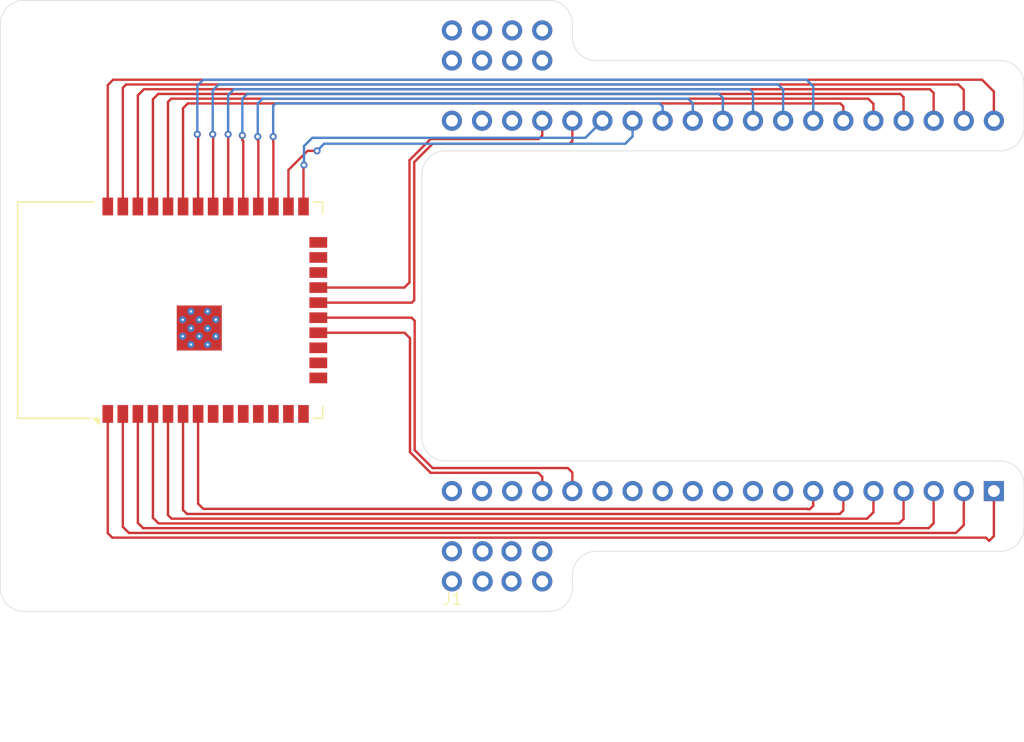
<source format=kicad_pcb>
(kicad_pcb (version 20240108) (generator "pcbnew") (generator_version "8.0")
  (layers (0 "F.Cu" signal) (31 "B.Cu" signal) (34 "B.Paste" user) (35 "F.Paste" user) (36 "B.SilkS" user "B.Silkscreen") (37 "F.SilkS" user "F.Silkscreen") (38 "B.Mask" user) (39 "F.Mask" user) (44 "Edge.Cuts" user))
  (net 0 "")
  (net 1 "unconnected-(J1-SENSOR_VP-Pad4)")
  (net 4 "unconnected-(J1-IO16-Pad27)")
  (net 6 "unconnected-(J1-SD3-Pad18)")
  (net 7 "unconnected-(J1-CLK-Pad20)")
  (net 8 "unconnected-(J1-IO21-Pad33)")
  (net 10 "unconnected-(J1-IO4-Pad26)")
  (net 11 "unconnected-(J1-IO18-Pad30)")
  (net 13 "unconnected-(J1-IO5-Pad29)")
  (net 16 "unconnected-(J1-IO17-Pad28)")
  (net 17 "unconnected-(J1-IO22-Pad36)")
  (net 18 "unconnected-(J1-IO35-Pad7)")
  (net 19 "unconnected-(J1-IO34-Pad6)")
  (net 20 "unconnected-(J1-IO0-Pad25)")
  (net 21 "unconnected-(J1-EN-Pad3)")
  (net 22 "unconnected-(J1-SENSOR_VN-Pad5)")
  (net 23 "unconnected-(J1-TXD0-Pad35)")
  (net 26 "unconnected-(J1-IO23-Pad37)")
  (net 28 "unconnected-(J1-SD0-Pad21)")
  (net 29 "unconnected-(J1-RXD0-Pad34)")
  (net 30 "unconnected-(J1-IO19-Pad31)")
  (net 31 "unconnected-(J1-CMD-Pad19)")
  (net 33 "unconnected-(J1-GND-Pad1)")
  (net 35 "unconnected-(J1-VDD-Pad2)")
  (footprint "Alexander Footprint Library:esp32-adapter-wide-breadboard" (layer "F.Cu") (at 211.72 108.38)
    (property "Reference" "J1" (at -15.1892 4.0212 0) (layer "F.SilkS") (effects (font (thickness 0.1))))
    (property "Value" "~")
    (fp_line (start -51.8836 -29.4556) (end -45.4686 -29.4556) (stroke (width 0.12)) (layer "F.SilkS"))
    (fp_line (start -51.8836 -11.2156) (end -51.8836 -29.4556) (stroke (width 0.12)) (layer "F.SilkS"))
    (fp_line (start -51.8836 -11.2156) (end -45.7236 -11.2156) (stroke (width 0.12)) (layer "F.SilkS"))
    (fp_line (start -26.9236 -29.4556) (end -26.1436 -29.4556) (stroke (width 0.12)) (layer "F.SilkS"))
    (fp_line (start -26.9236 -11.2156) (end -26.1436 -11.2156) (stroke (width 0.12)) (layer "F.SilkS"))
    (fp_line (start -26.1436 -29.4556) (end -26.1436 -28.4556) (stroke (width 0.12)) (layer "F.SilkS"))
    (fp_line (start -26.1436 -11.2156) (end -26.1436 -12.2156) (stroke (width 0.12)) (layer "F.SilkS"))
    (fp_poly (pts (xy -44.9986 -11.2106) (xy -44.9986 -10.7106) (xy -45.4986 -11.2106) (xy -44.9986 -11.2106)) (stroke (width 0.12)) (fill solid) (layer "F.SilkS"))
    (fp_line (start -53.34 -44.481) (end -53.34 3.08) (stroke (width 0.05)) (layer "Edge.Cuts"))
    (fp_line (start -40.64 -46.481) (end -51.34 -46.481) (stroke (width 0.05)) (layer "Edge.Cuts"))
    (fp_line (start -17.78 -9.62) (end -17.78 -31.781) (stroke (width 0.05)) (layer "Edge.Cuts"))
    (fp_line (start -15.78 -33.781) (end 31.02 -33.781) (stroke (width 0.05)) (layer "Edge.Cuts"))
    (fp_line (start -15.78 -7.62) (end 31.02 -7.62) (stroke (width 0.05)) (layer "Edge.Cuts"))
    (fp_line (start -7.08 -46.481) (end -40.64 -46.481) (stroke (width 0.05)) (layer "Edge.Cuts"))
    (fp_line (start -7.08 5.08) (end -51.34 5.08) (stroke (width 0.05)) (layer "Edge.Cuts"))
    (fp_line (start -5.08 -43.401) (end -5.08 -44.481) (stroke (width 0.05)) (layer "Edge.Cuts"))
    (fp_line (start -5.08 2) (end -5.08 3.08) (stroke (width 0.05)) (layer "Edge.Cuts"))
    (fp_line (start 31.02 -41.401) (end -3.08 -41.401) (stroke (width 0.05)) (layer "Edge.Cuts"))
    (fp_line (start 31.02 0) (end -3.08 0) (stroke (width 0.05)) (layer "Edge.Cuts"))
    (fp_line (start 33.02 -35.781) (end 33.02 -39.401) (stroke (width 0.05)) (layer "Edge.Cuts"))
    (fp_line (start 33.02 -5.62) (end 33.02 -2) (stroke (width 0.05)) (layer "Edge.Cuts"))
    (fp_arc (start -53.34 -44.481) (mid -52.754214 -45.895214) (end -51.34 -46.481) (stroke (width 0.05)) (layer "Edge.Cuts"))
    (fp_arc (start -51.34 5.08) (mid -52.754214 4.494214) (end -53.34 3.08) (stroke (width 0.05)) (layer "Edge.Cuts"))
    (fp_arc (start -17.78 -31.781) (mid -17.194214 -33.195214) (end -15.78 -33.781) (stroke (width 0.05)) (layer "Edge.Cuts"))
    (fp_arc (start -15.78 -7.62) (mid -17.194214 -8.205786) (end -17.78 -9.62) (stroke (width 0.05)) (layer "Edge.Cuts"))
    (fp_arc (start -7.08 -46.481) (mid -5.665786 -45.895214) (end -5.08 -44.481) (stroke (width 0.05)) (layer "Edge.Cuts"))
    (fp_arc (start -5.08 2) (mid -4.494214 0.585786) (end -3.08 0) (stroke (width 0.05)) (layer "Edge.Cuts"))
    (fp_arc (start -5.08 3.08) (mid -5.665786 4.494214) (end -7.08 5.08) (stroke (width 0.05)) (layer "Edge.Cuts"))
    (fp_arc (start -3.08 -41.401) (mid -4.494214 -41.986786) (end -5.08 -43.401) (stroke (width 0.05)) (layer "Edge.Cuts"))
    (fp_arc (start 31.02 -41.401) (mid 32.434214 -40.815214) (end 33.02 -39.401) (stroke (width 0.05)) (layer "Edge.Cuts"))
    (fp_arc (start 31.02 -7.62) (mid 32.434214 -7.034214) (end 33.02 -5.62) (stroke (width 0.05)) (layer "Edge.Cuts"))
    (fp_arc (start 33.02 -35.781) (mid 32.434214 -34.366786) (end 31.02 -33.781) (stroke (width 0.05)) (layer "Edge.Cuts"))
    (fp_arc (start 33.02 -2) (mid 32.434214 -0.585786) (end 31.02 0) (stroke (width 0.05)) (layer "Edge.Cuts"))
    (pad "1" smd rect (at -44.2736 -11.5856 90) (size 1.5 0.9) (layers "F.Cu" "F.Paste" "F.Mask") (net 33 "unconnected-(J1-GND-Pad1)"))
    (pad "1" thru_hole rect (at 30.48 -5.08 270) (size 1.7 1.7) (drill 1) (layers "*.Cu" "*.Mask") (net 33 "unconnected-(J1-GND-Pad1)"))
    (pad "2" smd rect (at -43.0036 -11.5856 90) (size 1.5 0.9) (layers "F.Cu" "F.Paste" "F.Mask") (net 35 "unconnected-(J1-VDD-Pad2)"))
    (pad "2" thru_hole oval (at 27.94 -5.08) (size 1.7 1.7) (drill 1) (layers "*.Cu" "*.Mask") (net 35 "unconnected-(J1-VDD-Pad2)"))
    (pad "3" smd rect (at -41.7336 -11.5856 90) (size 1.5 0.9) (layers "F.Cu" "F.Paste" "F.Mask") (net 21 "unconnected-(J1-EN-Pad3)"))
    (pad "3" thru_hole oval (at 25.4 -5.08) (size 1.7 1.7) (drill 1) (layers "*.Cu" "*.Mask") (net 21 "unconnected-(J1-EN-Pad3)"))
    (pad "4" smd rect (at -40.4636 -11.5856 90) (size 1.5 0.9) (layers "F.Cu" "F.Paste" "F.Mask") (net 1 "unconnected-(J1-SENSOR_VP-Pad4)"))
    (pad "4" thru_hole oval (at 22.86 -5.08) (size 1.7 1.7) (drill 1) (layers "*.Cu" "*.Mask") (net 1 "unconnected-(J1-SENSOR_VP-Pad4)"))
    (pad "5" smd rect (at -39.1936 -11.5856 90) (size 1.5 0.9) (layers "F.Cu" "F.Paste" "F.Mask") (net 22 "unconnected-(J1-SENSOR_VN-Pad5)"))
    (pad "5" thru_hole oval (at 20.32 -5.08) (size 1.7 1.7) (drill 1) (layers "*.Cu" "*.Mask") (net 22 "unconnected-(J1-SENSOR_VN-Pad5)"))
    (pad "6" smd rect (at -37.9236 -11.5856 90) (size 1.5 0.9) (layers "F.Cu" "F.Paste" "F.Mask") (net 19 "unconnected-(J1-IO34-Pad6)"))
    (pad "6" thru_hole oval (at 17.78 -5.08) (size 1.7 1.7) (drill 1) (layers "*.Cu" "*.Mask") (net 19 "unconnected-(J1-IO34-Pad6)"))
    (pad "7" smd rect (at -36.6536 -11.5856 90) (size 1.5 0.9) (layers "F.Cu" "F.Paste" "F.Mask") (net 18 "unconnected-(J1-IO35-Pad7)"))
    (pad "7" thru_hole oval (at 15.24 -5.08) (size 1.7 1.7) (drill 1) (layers "*.Cu" "*.Mask") (net 18 "unconnected-(J1-IO35-Pad7)"))
    (pad "8" smd rect (at -35.3836 -11.5856 90) (size 1.5 0.9) (layers "F.Cu" "F.Paste" "F.Mask"))
    (pad "8" thru_hole oval (at 12.7 -5.08) (size 1.7 1.7) (drill 1) (layers "*.Cu" "*.Mask"))
    (pad "9" smd rect (at -34.1136 -11.5856 90) (size 1.5 0.9) (layers "F.Cu" "F.Paste" "F.Mask"))
    (pad "9" thru_hole oval (at 10.16 -5.08) (size 1.7 1.7) (drill 1) (layers "*.Cu" "*.Mask"))
    (pad "10" smd rect (at -32.8436 -11.5856 90) (size 1.5 0.9) (layers "F.Cu" "F.Paste" "F.Mask"))
    (pad "10" thru_hole oval (at 7.62 -5.08) (size 1.7 1.7) (drill 1) (layers "*.Cu" "*.Mask"))
    (pad "11" smd rect (at -31.5736 -11.5856 90) (size 1.5 0.9) (layers "F.Cu" "F.Paste" "F.Mask"))
    (pad "11" thru_hole oval (at 5.08 -5.08) (size 1.7 1.7) (drill 1) (layers "*.Cu" "*.Mask"))
    (pad "12" smd rect (at -30.3036 -11.5856 90) (size 1.5 0.9) (layers "F.Cu" "F.Paste" "F.Mask"))
    (pad "12" thru_hole oval (at 2.54 -5.08) (size 1.7 1.7) (drill 1) (layers "*.Cu" "*.Mask"))
    (pad "13" smd rect (at -29.0336 -11.5856 90) (size 1.5 0.9) (layers "F.Cu" "F.Paste" "F.Mask"))
    (pad "13" thru_hole oval (at 0 -5.08) (size 1.7 1.7) (drill 1) (layers "*.Cu" "*.Mask"))
    (pad "14" smd rect (at -27.7636 -11.5856 90) (size 1.5 0.9) (layers "F.Cu" "F.Paste" "F.Mask"))
    (pad "14" thru_hole oval (at -2.54 -5.08) (size 1.7 1.7) (drill 1) (layers "*.Cu" "*.Mask"))
    (pad "15" smd rect (at -26.5136 -14.6256 180) (size 1.5 0.9) (layers "F.Cu" "F.Paste" "F.Mask"))
    (pad "15" thru_hole oval (at -15.24 -5.08) (size 1.7 1.7) (drill 1) (layers "*.Cu" "*.Mask"))
    (pad "16" smd rect (at -26.5136 -15.8956 180) (size 1.5 0.9) (layers "F.Cu" "F.Paste" "F.Mask"))
    (pad "16" thru_hole oval (at -12.7 -5.08) (size 1.7 1.7) (drill 1) (layers "*.Cu" "*.Mask"))
    (pad "17" smd rect (at -26.5136 -17.1656 180) (size 1.5 0.9) (layers "F.Cu" "F.Paste" "F.Mask"))
    (pad "17" thru_hole oval (at -10.16 -5.08) (size 1.7 1.7) (drill 1) (layers "*.Cu" "*.Mask"))
    (pad "18" smd rect (at -26.5136 -18.4356 180) (size 1.5 0.9) (layers "F.Cu" "F.Paste" "F.Mask") (net 6 "unconnected-(J1-SD3-Pad18)"))
    (pad "18" thru_hole oval (at -7.62 -5.08) (size 1.7 1.7) (drill 1) (layers "*.Cu" "*.Mask") (net 6 "unconnected-(J1-SD3-Pad18)"))
    (pad "19" smd rect (at -26.5136 -19.7056 180) (size 1.5 0.9) (layers "F.Cu" "F.Paste" "F.Mask") (net 31 "unconnected-(J1-CMD-Pad19)"))
    (pad "19" thru_hole oval (at -5.08 -5.08) (size 1.7 1.7) (drill 1) (layers "*.Cu" "*.Mask") (net 31 "unconnected-(J1-CMD-Pad19)"))
    (pad "20" smd rect (at -26.5136 -20.9756 180) (size 1.5 0.9) (layers "F.Cu" "F.Paste" "F.Mask") (net 7 "unconnected-(J1-CLK-Pad20)"))
    (pad "20" thru_hole oval (at -5.08 -36.321) (size 1.7 1.7) (drill 1) (layers "*.Cu" "*.Mask") (net 7 "unconnected-(J1-CLK-Pad20)"))
    (pad "21" smd rect (at -26.5136 -22.2456 180) (size 1.5 0.9) (layers "F.Cu" "F.Paste" "F.Mask") (net 28 "unconnected-(J1-SD0-Pad21)"))
    (pad "21" thru_hole oval (at -7.62 -36.321) (size 1.7 1.7) (drill 1) (layers "*.Cu" "*.Mask") (net 28 "unconnected-(J1-SD0-Pad21)"))
    (pad "22" smd rect (at -26.5136 -23.5156 180) (size 1.5 0.9) (layers "F.Cu" "F.Paste" "F.Mask"))
    (pad "22" thru_hole oval (at -10.16 -36.321) (size 1.7 1.7) (drill 1) (layers "*.Cu" "*.Mask"))
    (pad "23" smd rect (at -26.5136 -24.7856 180) (size 1.5 0.9) (layers "F.Cu" "F.Paste" "F.Mask"))
    (pad "23" thru_hole oval (at -12.7 -36.321) (size 1.7 1.7) (drill 1) (layers "*.Cu" "*.Mask"))
    (pad "24" smd rect (at -26.5136 -26.0556 180) (size 1.5 0.9) (layers "F.Cu" "F.Paste" "F.Mask"))
    (pad "24" thru_hole oval (at -15.24 -36.321) (size 1.7 1.7) (drill 1) (layers "*.Cu" "*.Mask"))
    (pad "25" smd rect (at -27.7636 -29.0856 90) (size 1.5 0.9) (layers "F.Cu" "F.Paste" "F.Mask") (net 20 "unconnected-(J1-IO0-Pad25)"))
    (pad "25" thru_hole oval (at -2.54 -36.321) (size 1.7 1.7) (drill 1) (layers "*.Cu" "*.Mask") (net 20 "unconnected-(J1-IO0-Pad25)"))
    (pad "26" smd rect (at -29.0336 -29.0856 90) (size 1.5 0.9) (layers "F.Cu" "F.Paste" "F.Mask") (net 10 "unconnected-(J1-IO4-Pad26)"))
    (pad "26" thru_hole oval (at 0 -36.321) (size 1.7 1.7) (drill 1) (layers "*.Cu" "*.Mask") (net 10 "unconnected-(J1-IO4-Pad26)"))
    (pad "27" smd rect (at -30.3036 -29.0856 90) (size 1.5 0.9) (layers "F.Cu" "F.Paste" "F.Mask") (net 4 "unconnected-(J1-IO16-Pad27)"))
    (pad "27" thru_hole oval (at 2.54 -36.321) (size 1.7 1.7) (drill 1) (layers "*.Cu" "*.Mask") (net 4 "unconnected-(J1-IO16-Pad27)"))
    (pad "28" smd rect (at -31.5736 -29.0856 90) (size 1.5 0.9) (layers "F.Cu" "F.Paste" "F.Mask") (net 16 "unconnected-(J1-IO17-Pad28)"))
    (pad "28" thru_hole oval (at 5.08 -36.321) (size 1.7 1.7) (drill 1) (layers "*.Cu" "*.Mask") (net 16 "unconnected-(J1-IO17-Pad28)"))
    (pad "29" smd rect (at -32.8436 -29.0856 90) (size 1.5 0.9) (layers "F.Cu" "F.Paste" "F.Mask") (net 13 "unconnected-(J1-IO5-Pad29)"))
    (pad "29" thru_hole oval (at 7.62 -36.321) (size 1.7 1.7) (drill 1) (layers "*.Cu" "*.Mask") (net 13 "unconnected-(J1-IO5-Pad29)"))
    (pad "30" smd rect (at -34.1136 -29.0856 90) (size 1.5 0.9) (layers "F.Cu" "F.Paste" "F.Mask") (net 11 "unconnected-(J1-IO18-Pad30)"))
    (pad "30" thru_hole oval (at 10.16 -36.321) (size 1.7 1.7) (drill 1) (layers "*.Cu" "*.Mask") (net 11 "unconnected-(J1-IO18-Pad30)"))
    (pad "31" smd rect (at -35.3836 -29.0856 90) (size 1.5 0.9) (layers "F.Cu" "F.Paste" "F.Mask") (net 30 "unconnected-(J1-IO19-Pad31)"))
    (pad "31" thru_hole oval (at 12.7 -36.321) (size 1.7 1.7) (drill 1) (layers "*.Cu" "*.Mask") (net 30 "unconnected-(J1-IO19-Pad31)"))
    (pad "32" smd rect (at -36.6536 -29.0856 90) (size 1.5 0.9) (layers "F.Cu" "F.Paste" "F.Mask"))
    (pad "32" thru_hole oval (at 15.24 -36.321) (size 1.7 1.7) (drill 1) (layers "*.Cu" "*.Mask"))
    (pad "33" smd rect (at -37.9236 -29.0856 90) (size 1.5 0.9) (layers "F.Cu" "F.Paste" "F.Mask") (net 8 "unconnected-(J1-IO21-Pad33)"))
    (pad "33" thru_hole oval (at 17.78 -36.321) (size 1.7 1.7) (drill 1) (layers "*.Cu" "*.Mask") (net 8 "unconnected-(J1-IO21-Pad33)"))
    (pad "34" smd rect (at -39.1936 -29.0856 90) (size 1.5 0.9) (layers "F.Cu" "F.Paste" "F.Mask") (net 29 "unconnected-(J1-RXD0-Pad34)"))
    (pad "34" thru_hole oval (at 20.32 -36.321) (size 1.7 1.7) (drill 1) (layers "*.Cu" "*.Mask") (net 29 "unconnected-(J1-RXD0-Pad34)"))
    (pad "35" smd rect (at -40.4636 -29.0856 90) (size 1.5 0.9) (layers "F.Cu" "F.Paste" "F.Mask") (net 23 "unconnected-(J1-TXD0-Pad35)"))
    (pad "35" thru_hole oval (at 22.86 -36.321) (size 1.7 1.7) (drill 1) (layers "*.Cu" "*.Mask") (net 23 "unconnected-(J1-TXD0-Pad35)"))
    (pad "36" smd rect (at -41.7336 -29.0856 90) (size 1.5 0.9) (layers "F.Cu" "F.Paste" "F.Mask") (net 17 "unconnected-(J1-IO22-Pad36)"))
    (pad "36" thru_hole oval (at 25.4 -36.321) (size 1.7 1.7) (drill 1) (layers "*.Cu" "*.Mask") (net 17 "unconnected-(J1-IO22-Pad36)"))
    (pad "37" smd rect (at -43.0036 -29.0856 90) (size 1.5 0.9) (layers "F.Cu" "F.Paste" "F.Mask") (net 26 "unconnected-(J1-IO23-Pad37)"))
    (pad "37" thru_hole oval (at 27.94 -36.321) (size 1.7 1.7) (drill 1) (layers "*.Cu" "*.Mask") (net 26 "unconnected-(J1-IO23-Pad37)"))
    (pad "38" smd rect (at -44.2736 -29.0856 90) (size 1.5 0.9) (layers "F.Cu" "F.Paste" "F.Mask"))
    (pad "38" thru_hole oval (at 30.48 -36.321) (size 1.7 1.7) (drill 1) (layers "*.Cu" "*.Mask"))
    (pad "39" smd rect (at -37.9536 -20.2356 90) (size 0.9 0.9) (layers "F.Cu" "F.Paste"))
    (pad "39" thru_hole circle (at -37.9536 -19.5356 90) (size 0.6 0.6) (drill 0.2) (property pad_prop_heatsink) (layers "*.Cu" "F.Mask"))
    (pad "39" smd rect (at -37.9536 -18.8356 90) (size 0.9 0.9) (layers "F.Cu" "F.Paste"))
    (pad "39" thru_hole circle (at -37.9536 -18.1356 90) (size 0.6 0.6) (drill 0.2) (property pad_prop_heatsink) (layers "*.Cu" "F.Mask"))
    (pad "39" smd rect (at -37.9536 -17.4356 90) (size 0.9 0.9) (layers "F.Cu" "F.Paste"))
    (pad "39" thru_hole circle (at -37.2536 -20.2356 90) (size 0.6 0.6) (drill 0.2) (property pad_prop_heatsink) (layers "*.Cu" "F.Mask"))
    (pad "39" thru_hole circle (at -37.2536 -18.8106 90) (size 0.6 0.6) (drill 0.2) (property pad_prop_heatsink) (layers "*.Cu" "F.Mask"))
    (pad "39" thru_hole circle (at -37.2536 -17.4356 90) (size 0.6 0.6) (drill 0.2) (property pad_prop_heatsink) (layers "*.Cu" "F.Mask"))
    (pad "39" smd rect (at -36.5536 -20.2356 90) (size 0.9 0.9) (layers "F.Cu" "F.Paste"))
    (pad "39" thru_hole circle (at -36.5536 -19.5356 90) (size 0.6 0.6) (drill 0.2) (property pad_prop_heatsink) (layers "*.Cu" "F.Mask"))
    (pad "39" smd rect (at -36.5536 -18.8356 90) (size 0.9 0.9) (layers "F.Cu" "F.Paste"))
    (pad "39" smd rect (at -36.5536 -18.8356 90) (size 3.8 3.8) (layers "F.Cu" "F.Mask"))
    (pad "39" thru_hole circle (at -36.5536 -18.1356 90) (size 0.6 0.6) (drill 0.2) (property pad_prop_heatsink) (layers "*.Cu" "F.Mask"))
    (pad "39" smd rect (at -36.5536 -17.4356 90) (size 0.9 0.9) (layers "F.Cu" "F.Paste"))
    (pad "39" thru_hole circle (at -35.8536 -20.2356 90) (size 0.6 0.6) (drill 0.2) (property pad_prop_heatsink) (layers "*.Cu" "F.Mask"))
    (pad "39" thru_hole circle (at -35.8536 -18.8106 90) (size 0.6 0.6) (drill 0.2) (property pad_prop_heatsink) (layers "*.Cu" "F.Mask"))
    (pad "39" thru_hole circle (at -35.8536 -17.4356 90) (size 0.6 0.6) (drill 0.2) (property pad_prop_heatsink) (layers "*.Cu" "F.Mask"))
    (pad "39" smd rect (at -35.1536 -20.2356 90) (size 0.9 0.9) (layers "F.Cu" "F.Paste"))
    (pad "39" thru_hole circle (at -35.1536 -19.5356 90) (size 0.6 0.6) (drill 0.2) (property pad_prop_heatsink) (layers "*.Cu" "F.Mask"))
    (pad "39" smd rect (at -35.1536 -18.8356 90) (size 0.9 0.9) (layers "F.Cu" "F.Paste"))
    (pad "39" thru_hole circle (at -35.1536 -18.1356 90) (size 0.6 0.6) (drill 0.2) (property pad_prop_heatsink) (layers "*.Cu" "F.Mask"))
    (pad "39" smd rect (at -35.1536 -17.4356 90) (size 0.9 0.9) (layers "F.Cu" "F.Paste"))
    (pad "GND" thru_hole oval (at -15.24 -41.401) (size 1.7 1.7) (drill 1) (layers "*.Cu" "*.Mask"))
    (pad "GND" thru_hole oval (at -15.24 0) (size 1.7 1.7) (drill 1) (layers "*.Cu" "*.Mask"))
    (pad "GND" thru_hole oval (at -12.7 -41.401) (size 1.7 1.7) (drill 1) (layers "*.Cu" "*.Mask"))
    (pad "GND" thru_hole oval (at -12.6492 0) (size 1.7 1.7) (drill 1) (layers "*.Cu" "*.Mask"))
    (pad "GND" thru_hole oval (at -10.2108 0) (size 1.7 1.7) (drill 1) (layers "*.Cu" "*.Mask"))
    (pad "GND" thru_hole oval (at -10.16 -41.401) (size 1.7 1.7) (drill 1) (layers "*.Cu" "*.Mask"))
    (pad "GND" thru_hole oval (at -7.62 -41.401) (size 1.7 1.7) (drill 1) (layers "*.Cu" "*.Mask"))
    (pad "GND" thru_hole oval (at -7.62 0) (size 1.7 1.7) (drill 1) (layers "*.Cu" "*.Mask"))
    (pad "VCC" thru_hole oval (at -15.24 -43.941) (size 1.7 1.7) (drill 1) (layers "*.Cu" "*.Mask"))
    (pad "VCC" thru_hole oval (at -15.24 2.54) (size 1.7 1.7) (drill 1) (layers "*.Cu" "*.Mask"))
    (pad "VCC" thru_hole oval (at -12.7 -43.941) (size 1.7 1.7) (drill 1) (layers "*.Cu" "*.Mask"))
    (pad "VCC" thru_hole oval (at -12.6492 2.54) (size 1.7 1.7) (drill 1) (layers "*.Cu" "*.Mask"))
    (pad "VCC" thru_hole oval (at -10.2108 2.54) (size 1.7 1.7) (drill 1) (layers "*.Cu" "*.Mask"))
    (pad "VCC" thru_hole oval (at -10.16 -43.941) (size 1.7 1.7) (drill 1) (layers "*.Cu" "*.Mask"))
    (pad "VCC" thru_hole oval (at -7.62 -43.941) (size 1.7 1.7) (drill 1) (layers "*.Cu" "*.Mask"))
    (pad "VCC" thru_hole oval (at -7.62 2.54) (size 1.7 1.7) (drill 1) (layers "*.Cu" "*.Mask"))
  )
  (segment (start 175.0664 73.2664) (end 175.0664 79.2944) (width 0.2) (layer "F.Cu") (net 0))
  (segment (start 242.2 72.059) (end 242.2 69.6) (width 0.2) (layer "F.Cu") (net 0))
  (segment (start 167.9 68.6) (end 167.4464 69.0536) (width 0.2) (layer "F.Cu") (net 0))
  (segment (start 241.2 68.6) (end 167.9 68.6) (width 0.2) (layer "F.Cu") (net 0))
  (segment (start 167.4464 69.0536) (end 167.4464 79.2944) (width 0.2) (layer "F.Cu") (net 0))
  (segment (start 175 73.2) (end 175.0664 73.2664) (width 0.2) (layer "F.Cu") (net 0))
  (segment (start 242.2 69.6) (end 241.2 68.6) (width 0.2) (layer "F.Cu") (net 0))
  (via (at 175 73.2) (size 0.6) (drill 0.3) (layers "F.Cu" "B.Cu") (net 0))
  (segment (start 175 69.1) (end 175.5 68.6) (width 0.2) (layer "B.Cu") (net 0))
  (segment (start 226.96 69.16) (end 226.96 72.059) (width 0.2) (layer "B.Cu") (net 0))
  (segment (start 175.5 68.6) (end 226.4 68.6) (width 0.2) (layer "B.Cu") (net 0))
  (segment (start 175 73.2) (end 175 69.1) (width 0.2) (layer "B.Cu") (net 0))
  (segment (start 226.4 68.6) (end 226.96 69.16) (width 0.2) (layer "B.Cu") (net 0))
  (segment (start 171.2564 105.5564) (end 171.2564 96.7944) (width 0.2) (layer "F.Cu") (net 1))
  (segment (start 234.2 106.03) (end 171.73 106.03) (width 0.2) (layer "F.Cu") (net 1))
  (segment (start 234.58 105.65) (end 234.2 106.03) (width 0.2) (layer "F.Cu") (net 1))
  (segment (start 171.73 106.03) (end 171.2564 105.5564) (width 0.2) (layer "F.Cu") (net 1))
  (segment (start 234.58 103.3) (end 234.58 105.65) (width 0.2) (layer "F.Cu") (net 1))
  (segment (start 181.4 73.4) (end 181.4 73.8) (width 0.2) (layer "F.Cu") (net 4))
  (segment (start 181.4 73.8) (end 181.4164 73.8164) (width 0.2) (layer "F.Cu") (net 4))
  (segment (start 181.4164 73.8164) (end 181.4164 79.2944) (width 0.2) (layer "F.Cu") (net 4))
  (via (at 181.4 73.4) (size 0.6) (drill 0.3) (layers "F.Cu" "B.Cu") (net 4))
  (segment (start 181.6 70.6) (end 181.4 70.8) (width 0.2) (layer "B.Cu") (net 4))
  (segment (start 181.4 70.8) (end 181.4 73.4) (width 0.2) (layer "B.Cu") (net 4))
  (segment (start 214.26 70.86) (end 214 70.6) (width 0.2) (layer "B.Cu") (net 4))
  (segment (start 214.26 72.059) (end 214.26 70.86) (width 0.2) (layer "B.Cu") (net 4))
  (segment (start 214 70.6) (end 181.6 70.6) (width 0.2) (layer "B.Cu") (net 4))
  (segment (start 192.94 90.4) (end 192.94 100.01551) (width 0.2) (layer "F.Cu") (net 6))
  (segment (start 185.2064 89.9444) (end 192.4844 89.9444) (width 0.2) (layer "F.Cu") (net 6))
  (segment (start 194.684491 101.76) (end 203.76 101.76) (width 0.2) (layer "F.Cu") (net 6))
  (segment (start 204.1 102.1) (end 204.1 103.3) (width 0.2) (layer "F.Cu") (net 6))
  (segment (start 192.4844 89.9444) (end 192.94 90.4) (width 0.2) (layer "F.Cu") (net 6))
  (segment (start 203.76 101.76) (end 204.1 102.1) (width 0.2) (layer "F.Cu") (net 6))
  (segment (start 192.94 100.01551) (end 194.684491 101.76) (width 0.2) (layer "F.Cu") (net 6))
  (segment (start 193.0956 87.4044) (end 193.3 87.2) (width 0.2) (layer "F.Cu") (net 7))
  (segment (start 206.64 73.76) (end 206.64 72.059) (width 0.2) (layer "F.Cu") (net 7))
  (segment (start 193.3 87.2) (end 193.3 75.549176) (width 0.2) (layer "F.Cu") (net 7))
  (segment (start 193.3 75.549176) (end 194.850176 73.999) (width 0.2) (layer "F.Cu") (net 7))
  (segment (start 185.2064 87.4044) (end 193.0956 87.4044) (width 0.2) (layer "F.Cu") (net 7))
  (segment (start 194.850176 73.999) (end 206.401 73.999) (width 0.2) (layer "F.Cu") (net 7))
  (segment (start 206.401 73.999) (end 206.64 73.76) (width 0.2) (layer "F.Cu") (net 7))
  (segment (start 229.243081 70.6) (end 174.2 70.6) (width 0.2) (layer "F.Cu") (net 8))
  (segment (start 174.2 70.6) (end 173.7964 71.0036) (width 0.2) (layer "F.Cu") (net 8))
  (segment (start 229.5 72.059) (end 229.5 70.856919) (width 0.2) (layer "F.Cu") (net 8))
  (segment (start 173.7964 71.0036) (end 173.7964 79.2944) (width 0.2) (layer "F.Cu") (net 8))
  (segment (start 229.5 70.856919) (end 229.243081 70.6) (width 0.2) (layer "F.Cu") (net 8))
  (segment (start 182.6864 76.2136) (end 182.6864 79.2944) (width 0.2) (layer "F.Cu") (net 10))
  (segment (start 185.1 74.6) (end 184.3 74.6) (width 0.2) (layer "F.Cu") (net 10))
  (segment (start 184.3 74.6) (end 182.6864 76.2136) (width 0.2) (layer "F.Cu") (net 10))
  (via (at 185.1 74.6) (size 0.6) (drill 0.3) (layers "F.Cu" "B.Cu") (net 10))
  (segment (start 211.1995 73.8995) (end 211.1 73.999) (width 0.2) (layer "B.Cu") (net 10))
  (segment (start 211.72 73.379) (end 211.1995 73.8995) (width 0.2) (layer "B.Cu") (net 10))
  (segment (start 211.1995 73.8995) (end 211.101681 73.997319) (width 0.2) (layer "B.Cu") (net 10))
  (segment (start 185.702681 73.997319) (end 185.1 74.6) (width 0.2) (layer "B.Cu") (net 10))
  (segment (start 211.72 72.059) (end 211.72 73.379) (width 0.2) (layer "B.Cu") (net 10))
  (segment (start 211.101681 73.997319) (end 185.702681 73.997319) (width 0.2) (layer "B.Cu") (net 10))
  (segment (start 177.6 73.2) (end 177.6064 73.2064) (width 0.2) (layer "F.Cu") (net 11))
  (segment (start 177.6064 73.2064) (end 177.6064 79.2944) (width 0.2) (layer "F.Cu") (net 11))
  (via (at 177.6 73.2) (size 0.6) (drill 0.3) (layers "F.Cu" "B.Cu") (net 11))
  (segment (start 178.1 69.4) (end 177.6 69.9) (width 0.2) (layer "B.Cu") (net 11))
  (segment (start 177.6 69.9) (end 177.6 73.2) (width 0.2) (layer "B.Cu") (net 11))
  (segment (start 221.88 72.059) (end 221.88 69.68) (width 0.2) (layer "B.Cu") (net 11))
  (segment (start 221.88 69.68) (end 221.6 69.4) (width 0.2) (layer "B.Cu") (net 11))
  (segment (start 221.6 69.4) (end 178.1 69.4) (width 0.2) (layer "B.Cu") (net 11))
  (segment (start 178.8764 73.7764) (end 178.8764 79.2944) (width 0.2) (layer "F.Cu") (net 13))
  (segment (start 178.8 73.7) (end 178.8764 73.7764) (width 0.2) (layer "F.Cu") (net 13))
  (segment (start 178.8 73.3) (end 178.8 73.7) (width 0.2) (layer "F.Cu") (net 13))
  (via (at 178.8 73.3) (size 0.6) (drill 0.3) (layers "F.Cu" "B.Cu") (net 13))
  (segment (start 178.8 70.2) (end 178.8 73.3) (width 0.2) (layer "B.Cu") (net 13))
  (segment (start 219.34 72.059) (end 219.34 70.14) (width 0.2) (layer "B.Cu") (net 13))
  (segment (start 179.2 69.8) (end 178.8 70.2) (width 0.2) (layer "B.Cu") (net 13))
  (segment (start 219.34 70.14) (end 219 69.8) (width 0.2) (layer "B.Cu") (net 13))
  (segment (start 219 69.8) (end 179.2 69.8) (width 0.2) (layer "B.Cu") (net 13))
  (segment (start 180.1 73.7) (end 180.1464 73.7464) (width 0.2) (layer "F.Cu") (net 16))
  (segment (start 180.1464 73.7464) (end 180.1464 79.2944) (width 0.2) (layer "F.Cu") (net 16))
  (segment (start 180.1 73.4) (end 180.1 73.7) (width 0.2) (layer "F.Cu") (net 16))
  (via (at 180.1 73.4) (size 0.6) (drill 0.3) (layers "F.Cu" "B.Cu") (net 16))
  (segment (start 180.1 70.6) (end 180.1 73.4) (width 0.2) (layer "B.Cu") (net 16))
  (segment (start 216.8 72.059) (end 216.8 70.6) (width 0.2) (layer "B.Cu") (net 16))
  (segment (start 180.5 70.2) (end 180.1 70.6) (width 0.2) (layer "B.Cu") (net 16))
  (segment (start 216.4 70.2) (end 180.5 70.2) (width 0.2) (layer "B.Cu") (net 16))
  (segment (start 216.8 70.6) (end 216.4 70.2) (width 0.2) (layer "B.Cu") (net 16))
  (segment (start 169.9864 69.9136) (end 169.9864 79.2944) (width 0.2) (layer "F.Cu") (net 17))
  (segment (start 237.12 69.72) (end 236.8 69.4) (width 0.2) (layer "F.Cu") (net 17))
  (segment (start 237.12 72.059) (end 237.12 69.72) (width 0.2) (layer "F.Cu") (net 17))
  (segment (start 170.5 69.4) (end 169.9864 69.9136) (width 0.2) (layer "F.Cu") (net 17))
  (segment (start 236.8 69.4) (end 170.5 69.4) (width 0.2) (layer "F.Cu") (net 17))
  (segment (start 226.47 104.8) (end 175.5 104.8) (width 0.2) (layer "F.Cu") (net 18))
  (segment (start 226.96 104.54) (end 226.67 104.83) (width 0.2) (layer "F.Cu") (net 18))
  (segment (start 226.67 104.83) (end 226.5 104.83) (width 0.2) (layer "F.Cu") (net 18))
  (segment (start 175.0664 104.3664) (end 175.0664 96.7944) (width 0.2) (layer "F.Cu") (net 18))
  (segment (start 226.5 104.83) (end 226.47 104.8) (width 0.2) (layer "F.Cu") (net 18))
  (segment (start 226.96 103.3) (end 226.96 104.54) (width 0.2) (layer "F.Cu") (net 18))
  (segment (start 175.5 104.8) (end 175.0664 104.3664) (width 0.2) (layer "F.Cu") (net 18))
  (segment (start 173.7964 104.8964) (end 173.7964 96.7944) (width 0.2) (layer "F.Cu") (net 19))
  (segment (start 229.5 104.93) (end 229.2 105.23) (width 0.2) (layer "F.Cu") (net 19))
  (segment (start 174.13 105.23) (end 173.7964 104.8964) (width 0.2) (layer "F.Cu") (net 19))
  (segment (start 229.5 103.3) (end 229.5 104.93) (width 0.2) (layer "F.Cu") (net 19))
  (segment (start 229.2 105.23) (end 174.13 105.23) (width 0.2) (layer "F.Cu") (net 19))
  (segment (start 184 75.8) (end 183.9564 75.8436) (width 0.2) (layer "F.Cu") (net 20))
  (segment (start 183.9564 75.8436) (end 183.9564 79.2944) (width 0.2) (layer "F.Cu") (net 20))
  (via (at 184 75.8) (size 0.6) (drill 0.3) (layers "F.Cu" "B.Cu") (net 20))
  (segment (start 207.739 73.5) (end 184.7 73.5) (width 0.2) (layer "B.Cu") (net 20))
  (segment (start 184.7 73.5) (end 184 74.2) (width 0.2) (layer "B.Cu") (net 20))
  (segment (start 209.18 72.059) (end 207.739 73.5) (width 0.2) (layer "B.Cu") (net 20))
  (segment (start 184 74.2) (end 184 75.8) (width 0.2) (layer "B.Cu") (net 20))
  (segment (start 237.12 103.3) (end 237.12 106.01) (width 0.2) (layer "F.Cu") (net 21))
  (segment (start 236.7 106.43) (end 170.43 106.43) (width 0.2) (layer "F.Cu") (net 21))
  (segment (start 169.9864 105.9864) (end 169.9864 96.7944) (width 0.2) (layer "F.Cu") (net 21))
  (segment (start 170.43 106.43) (end 169.9864 105.9864) (width 0.2) (layer "F.Cu") (net 21))
  (segment (start 237.12 106.01) (end 236.7 106.43) (width 0.2) (layer "F.Cu") (net 21))
  (segment (start 231.5 105.63) (end 172.83 105.63) (width 0.2) (layer "F.Cu") (net 22))
  (segment (start 232.04 103.3) (end 232.04 105.09) (width 0.2) (layer "F.Cu") (net 22))
  (segment (start 172.5264 105.3264) (end 172.5264 96.7944) (width 0.2) (layer "F.Cu") (net 22))
  (segment (start 172.83 105.63) (end 172.5264 105.3264) (width 0.2) (layer "F.Cu") (net 22))
  (segment (start 232.04 105.09) (end 231.5 105.63) (width 0.2) (layer "F.Cu") (net 22))
  (segment (start 234.58 72.059) (end 234.58 70.08) (width 0.2) (layer "F.Cu") (net 23))
  (segment (start 171.2564 70.2436) (end 171.2564 79.2944) (width 0.2) (layer "F.Cu") (net 23))
  (segment (start 171.7 69.8) (end 171.2564 70.2436) (width 0.2) (layer "F.Cu") (net 23))
  (segment (start 234.3 69.8) (end 171.7 69.8) (width 0.2) (layer "F.Cu") (net 23))
  (segment (start 234.58 70.08) (end 234.3 69.8) (width 0.2) (layer "F.Cu") (net 23))
  (segment (start 239.2 69) (end 169 69) (width 0.2) (layer "F.Cu") (net 26))
  (segment (start 239.66 72.059) (end 239.66 69.46) (width 0.2) (layer "F.Cu") (net 26))
  (segment (start 169 69) (end 168.7164 69.2836) (width 0.2) (layer "F.Cu") (net 26))
  (segment (start 239.66 69.46) (end 239.2 69) (width 0.2) (layer "F.Cu") (net 26))
  (segment (start 168.7164 69.2836) (end 168.7164 79.2944) (width 0.2) (layer "F.Cu") (net 26))
  (segment (start 203.801 73.599) (end 204.1 73.3) (width 0.2) (layer "F.Cu") (net 28))
  (segment (start 204.1 73.3) (end 204.1 72.059) (width 0.2) (layer "F.Cu") (net 28))
  (segment (start 192.9 75.38349) (end 194.684491 73.599) (width 0.2) (layer "F.Cu") (net 28))
  (segment (start 194.684491 73.599) (end 203.801 73.599) (width 0.2) (layer "F.Cu") (net 28))
  (segment (start 192.9 85.7) (end 192.9 75.38349) (width 0.2) (layer "F.Cu") (net 28))
  (segment (start 192.4656 86.1344) (end 192.9 85.7) (width 0.2) (layer "F.Cu") (net 28))
  (segment (start 185.2064 86.1344) (end 192.4656 86.1344) (width 0.2) (layer "F.Cu") (net 28))
  (segment (start 172.5264 70.4736) (end 172.5264 79.2944) (width 0.2) (layer "F.Cu") (net 29))
  (segment (start 231.6 70.2) (end 172.8 70.2) (width 0.2) (layer "F.Cu") (net 29))
  (segment (start 232.04 70.64) (end 231.6 70.2) (width 0.2) (layer "F.Cu") (net 29))
  (segment (start 232.04 72.059) (end 232.04 70.64) (width 0.2) (layer "F.Cu") (net 29))
  (segment (start 172.8 70.2) (end 172.5264 70.4736) (width 0.2) (layer "F.Cu") (net 29))
  (segment (start 176.3364 73.2364) (end 176.3364 79.2944) (width 0.2) (layer "F.Cu") (net 30))
  (segment (start 176.3 73.2) (end 176.3364 73.2364) (width 0.2) (layer "F.Cu") (net 30))
  (via (at 176.3 73.2) (size 0.6) (drill 0.3) (layers "F.Cu" "B.Cu") (net 30))
  (segment (start 176.8 69) (end 176.3 69.5) (width 0.2) (layer "B.Cu") (net 30))
  (segment (start 224.42 72.059) (end 224.42 69.42) (width 0.2) (layer "B.Cu") (net 30))
  (segment (start 224 69) (end 176.8 69) (width 0.2) (layer "B.Cu") (net 30))
  (segment (start 224.42 69.42) (end 224 69) (width 0.2) (layer "B.Cu") (net 30))
  (segment (start 176.3 69.5) (end 176.3 73.2) (width 0.2) (layer "B.Cu") (net 30))
  (segment (start 206.26 101.36) (end 206.64 101.74) (width 0.2) (layer "F.Cu") (net 31))
  (segment (start 194.850176 101.36) (end 206.26 101.36) (width 0.2) (layer "F.Cu") (net 31))
  (segment (start 193.34 99.849824) (end 194.850176 101.36) (width 0.2) (layer "F.Cu") (net 31))
  (segment (start 193.34 88.94) (end 193.34 99.849824) (width 0.2) (layer "F.Cu") (net 31))
  (segment (start 193.0744 88.6744) (end 193.34 88.94) (width 0.2) (layer "F.Cu") (net 31))
  (segment (start 206.64 101.74) (end 206.64 103.3) (width 0.2) (layer "F.Cu") (net 31))
  (segment (start 185.2064 88.6744) (end 193.0744 88.6744) (width 0.2) (layer "F.Cu") (net 31))
  (segment (start 167.83 107.23) (end 167.4464 106.8464) (width 0.2) (layer "F.Cu") (net 33))
  (segment (start 241.8 107.5) (end 241.53 107.23) (width 0.2) (layer "F.Cu") (net 33))
  (segment (start 242.2 107.1) (end 241.8 107.5) (width 0.2) (layer "F.Cu") (net 33))
  (segment (start 241.53 107.23) (end 167.83 107.23) (width 0.2) (layer "F.Cu") (net 33))
  (segment (start 242.2 103.3) (end 242.2 107.1) (width 0.2) (layer "F.Cu") (net 33))
  (segment (start 167.4464 106.8464) (end 167.4464 96.7944) (width 0.2) (layer "F.Cu") (net 33))
  (segment (start 239.66 103.3) (end 239.66 106.17) (width 0.2) (layer "F.Cu") (net 35))
  (segment (start 239 106.83) (end 169.23 106.83) (width 0.2) (layer "F.Cu") (net 35))
  (segment (start 239.66 106.17) (end 239 106.83) (width 0.2) (layer "F.Cu") (net 35))
  (segment (start 169.23 106.83) (end 168.7164 106.3164) (width 0.2) (layer "F.Cu") (net 35))
  (segment (start 168.7164 106.3164) (end 168.7164 96.7944) (width 0.2) (layer "F.Cu") (net 35))
)
</source>
